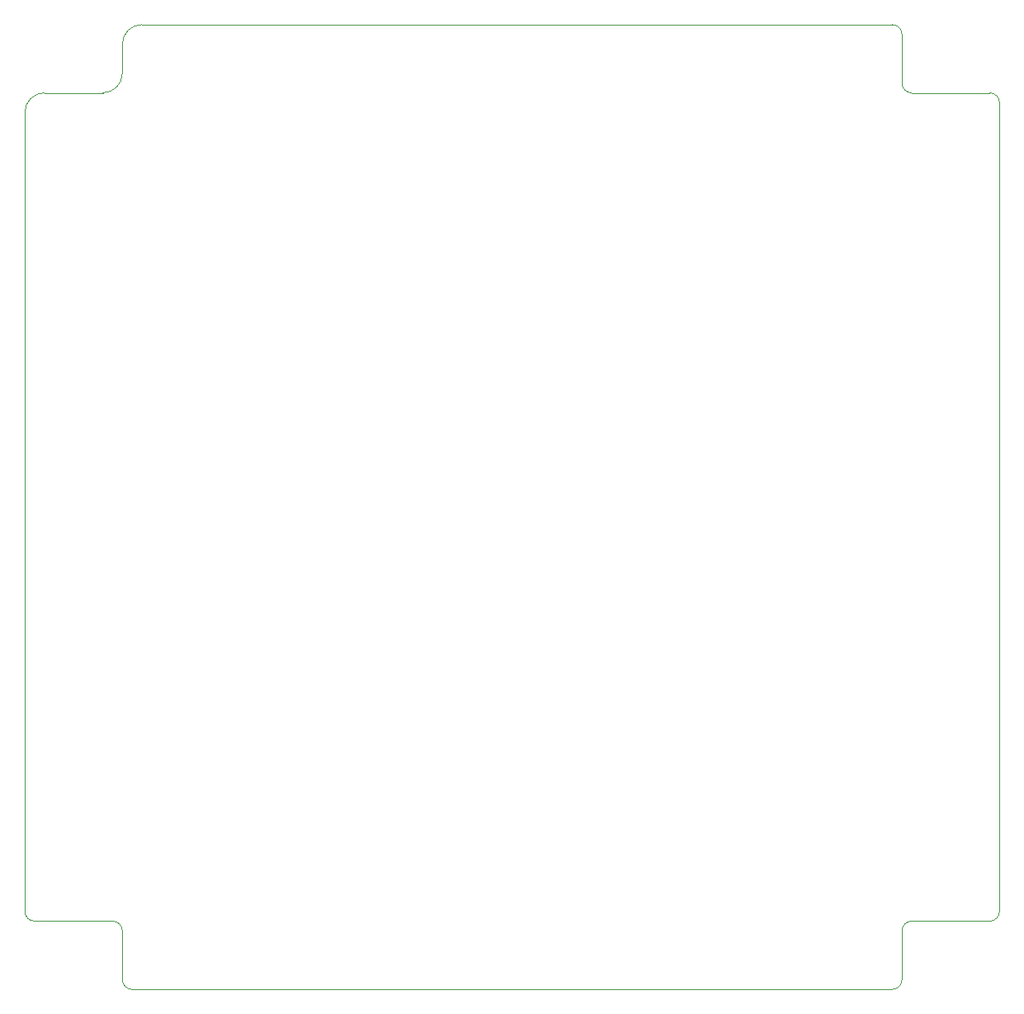
<source format=gbr>
%TF.GenerationSoftware,KiCad,Pcbnew,(6.0.4)*%
%TF.CreationDate,2023-03-28T21:24:44-04:00*%
%TF.ProjectId,PD_HV,50445f48-562e-46b6-9963-61645f706362,rev?*%
%TF.SameCoordinates,Original*%
%TF.FileFunction,Legend,Bot*%
%TF.FilePolarity,Positive*%
%FSLAX46Y46*%
G04 Gerber Fmt 4.6, Leading zero omitted, Abs format (unit mm)*
G04 Created by KiCad (PCBNEW (6.0.4)) date 2023-03-28 21:24:44*
%MOMM*%
%LPD*%
G01*
G04 APERTURE LIST*
%TA.AperFunction,Profile*%
%ADD10C,0.100000*%
%TD*%
G04 APERTURE END LIST*
D10*
X75000000Y-129000000D02*
X83000000Y-129000000D01*
X84000000Y-135000000D02*
G75*
G03*
X85000000Y-136000000I1000000J0D01*
G01*
X165000000Y-129000000D02*
G75*
G03*
X164000000Y-130000000I0J-1000000D01*
G01*
X164000000Y-43000000D02*
X164000000Y-38000000D01*
X76000000Y-44000000D02*
G75*
G03*
X74000000Y-46000000I0J-2000000D01*
G01*
X164000000Y-135000000D02*
X164000000Y-130000000D01*
X82000000Y-44000000D02*
G75*
G03*
X84000000Y-42000000I0J2000000D01*
G01*
X84000000Y-130000000D02*
G75*
G03*
X83000000Y-129000000I-1000000J0D01*
G01*
X164000000Y-43000000D02*
G75*
G03*
X165000000Y-44000000I1000000J0D01*
G01*
X163000000Y-37000000D02*
X86000000Y-37000000D01*
X84000000Y-130000000D02*
X84000000Y-135000000D01*
X173000000Y-44000000D02*
X165000000Y-44000000D01*
X86000000Y-37000000D02*
G75*
G03*
X84000000Y-39000000I0J-2000000D01*
G01*
X163000000Y-136000000D02*
G75*
G03*
X164000000Y-135000000I0J1000000D01*
G01*
X173000000Y-129000000D02*
G75*
G03*
X174000000Y-128000000I0J1000000D01*
G01*
X174000000Y-128000000D02*
X174000000Y-45000000D01*
X84000000Y-39000000D02*
X84000000Y-42000000D01*
X85000000Y-136000000D02*
X163000000Y-136000000D01*
X82000000Y-44000000D02*
X76000000Y-44000000D01*
X74000000Y-128000000D02*
G75*
G03*
X75000000Y-129000000I1000000J0D01*
G01*
X174000000Y-45000000D02*
G75*
G03*
X173000000Y-44000000I-1000000J0D01*
G01*
X74000000Y-46000000D02*
X74000000Y-128000000D01*
X165000000Y-129000000D02*
X173000000Y-129000000D01*
X164000000Y-38000000D02*
G75*
G03*
X163000000Y-37000000I-1000000J0D01*
G01*
M02*

</source>
